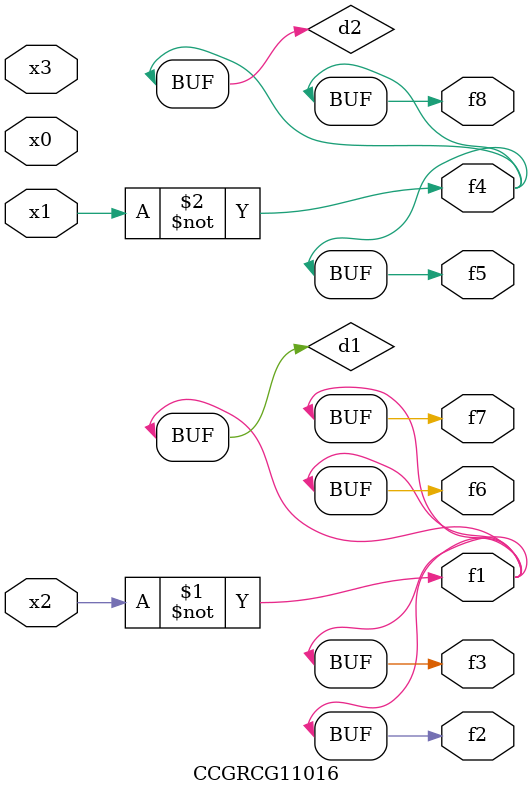
<source format=v>
module CCGRCG11016(
	input x0, x1, x2, x3,
	output f1, f2, f3, f4, f5, f6, f7, f8
);

	wire d1, d2;

	xnor (d1, x2);
	not (d2, x1);
	assign f1 = d1;
	assign f2 = d1;
	assign f3 = d1;
	assign f4 = d2;
	assign f5 = d2;
	assign f6 = d1;
	assign f7 = d1;
	assign f8 = d2;
endmodule

</source>
